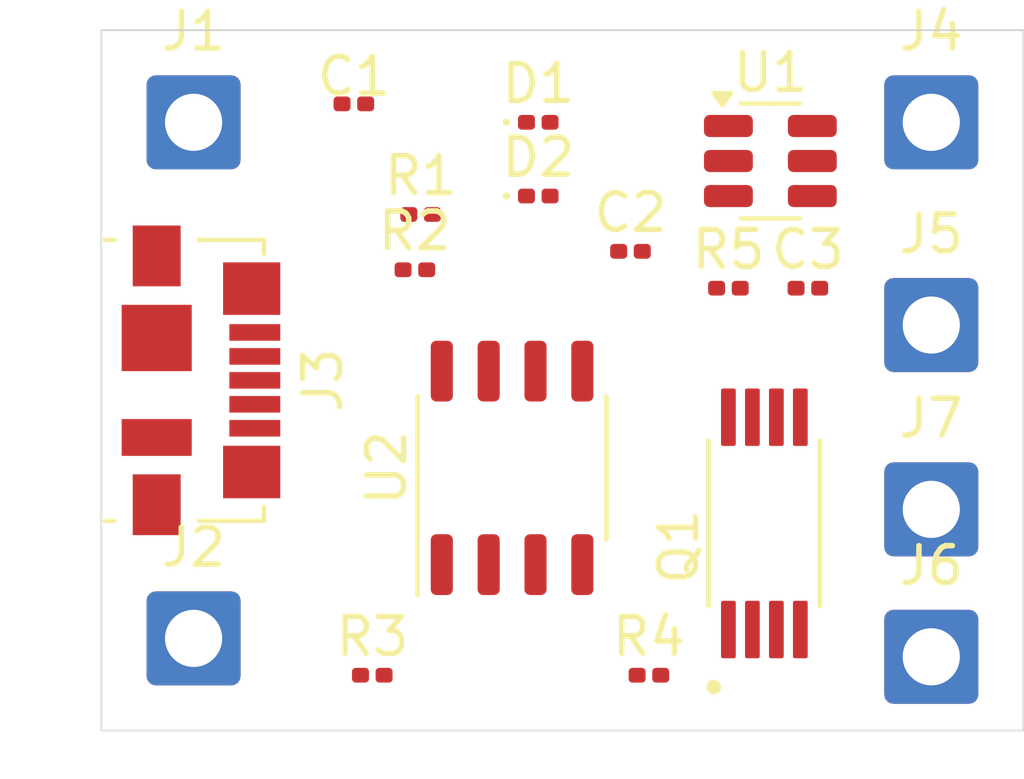
<source format=kicad_pcb>
(kicad_pcb (version 20240108) (generator "pcbnew") (generator_version "8.0")
  (layers (0 "F.Cu" signal) (31 "B.Cu" signal) (34 "B.Paste" user) (35 "F.Paste" user) (36 "B.SilkS" user "B.Silkscreen") (37 "F.SilkS" user "F.Silkscreen") (38 "B.Mask" user) (39 "F.Mask" user) (44 "Edge.Cuts" user))
  (net 0 "")
  (net 1 "Net-(D1-A)")
  (net 2 "GND")
  (net 3 "Net-(U1-GND)")
  (net 4 "Net-(U1-VCC)")
  (net 5 "Net-(J4-Pin_1)")
  (net 6 "Net-(D1-K)")
  (net 7 "Net-(D2-K)")
  (net 11 "Net-(U1-OD)")
  (net 12 "Net-(Q1-Pad1)")
  (net 13 "Net-(Q1-Pad6)")
  (net 14 "Net-(U1-OC)")
  (net 15 "Net-(U2-STDBY)")
  (net 16 "Net-(U2-CHRG)")
  (net 17 "Net-(U2-PROG)")
  (net 18 "Net-(U1-CS)")
  (footprint "Connector_Wire:SolderWire-0.75sqmm_1x01_D1.25mm_OD2.3mm" (layer "F.Cu") (at 151.5 73.5)
    (property "Reference" "J4" (at 0 -2.47 0) (layer "F.SilkS"))
    (property "Value" "OUT+")
    (pad "1" thru_hole roundrect (at 0 0) (size 2.55 2.55) (drill 1.55) (layers "*.Cu" "*.Mask") (roundrect_rratio 0.098039) (net 5 "Net-(J4-Pin_1)"))
  )
  (footprint "Resistor_SMD:R_0201_0603Metric" (layer "F.Cu") (at 137.655 76)
    (property "Reference" "R1" (at 0 -1.05 0) (layer "F.SilkS"))
    (property "Value" "1K")
    (pad "1" smd roundrect (at -0.32 0) (size 0.46 0.4) (layers "F.Cu" "F.Mask") (net 15 "Net-(U2-STDBY)"))
    (pad "2" smd roundrect (at 0.32 0) (size 0.46 0.4) (layers "F.Cu" "F.Mask") (net 6 "Net-(D1-K)"))
  )
  (footprint "Resistor_SMD:R_0201_0603Metric" (layer "F.Cu") (at 136.345 88.5)
    (property "Reference" "R3" (at 0 -1.05 0) (layer "F.SilkS"))
    (property "Value" "1.2K")
    (pad "1" smd roundrect (at -0.32 0) (size 0.46 0.4) (layers "F.Cu" "F.Mask") (net 17 "Net-(U2-PROG)"))
    (pad "2" smd roundrect (at 0.32 0) (size 0.46 0.4) (layers "F.Cu" "F.Mask") (net 2 "GND"))
  )
  (footprint "Connector_Wire:SolderWire-0.75sqmm_1x01_D1.25mm_OD2.3mm" (layer "F.Cu") (at 151.5 84)
    (property "Reference" "J7" (at 0 -2.47 0) (layer "F.SilkS"))
    (property "Value" "OUT-")
    (pad "1" thru_hole roundrect (at 0 0) (size 2.55 2.55) (drill 1.55) (layers "*.Cu" "*.Mask") (roundrect_rratio 0.098039) (net 2 "GND"))
  )
  (footprint "Package_TO_SOT_SMD:SOT-23-6" (layer "F.Cu") (at 147.1375 74.55)
    (property "Reference" "U1" (at 0 -2.4 0) (layer "F.SilkS"))
    (property "Value" "~")
    (fp_line (start 0 -1.56) (end -0.8 -1.56) (stroke (width 0.12)) (layer "F.SilkS"))
    (fp_line (start 0 -1.56) (end 0.8 -1.56) (stroke (width 0.12)) (layer "F.SilkS"))
    (fp_line (start 0 1.56) (end -0.8 1.56) (stroke (width 0.12)) (layer "F.SilkS"))
    (fp_line (start 0 1.56) (end 0.8 1.56) (stroke (width 0.12)) (layer "F.SilkS"))
    (fp_poly (pts (xy -1.3 -1.51) (xy -1.54 -1.84) (xy -1.06 -1.84) (xy -1.3 -1.51)) (stroke (width 0.12)) (fill solid) (layer "F.SilkS"))
    (pad "1" smd roundrect (at -1.1375 -0.95) (size 1.325 0.6) (layers "F.Cu" "F.Paste" "F.Mask") (net 11 "Net-(U1-OD)"))
    (pad "2" smd roundrect (at -1.1375 0) (size 1.325 0.6) (layers "F.Cu" "F.Paste" "F.Mask") (net 18 "Net-(U1-CS)"))
    (pad "3" smd roundrect (at -1.1375 0.95) (size 1.325 0.6) (layers "F.Cu" "F.Paste" "F.Mask") (net 14 "Net-(U1-OC)"))
    (pad "4" smd roundrect (at 1.1375 0.95) (size 1.325 0.6) (layers "F.Cu" "F.Paste" "F.Mask"))
    (pad "5" smd roundrect (at 1.1375 0) (size 1.325 0.6) (layers "F.Cu" "F.Paste" "F.Mask") (net 4 "Net-(U1-VCC)"))
    (pad "6" smd roundrect (at 1.1375 -0.95) (size 1.325 0.6) (layers "F.Cu" "F.Paste" "F.Mask") (net 3 "Net-(U1-GND)"))
  )
  (footprint "my_custom_library:SOP-8_3.9x4.9mm_P1.27mm" (layer "F.Cu") (at 140.135 82.875 90)
    (property "Reference" "U2" (at 0 -3.4 270) (layer "F.SilkS"))
    (property "Value" "~")
    (fp_line (start 0 -2.56) (end 1.95 -2.56) (stroke (width 0.12)) (layer "F.SilkS"))
    (fp_line (start 0 -2.56) (end -3.45 -2.56) (stroke (width 0.12)) (layer "F.SilkS"))
    (fp_line (start 0 2.56) (end 1.95 2.56) (stroke (width 0.12)) (layer "F.SilkS"))
    (fp_line (start 0 2.56) (end -1.95 2.56) (stroke (width 0.12)) (layer "F.SilkS"))
    (pad "1" smd roundrect (at -2.625 -1.905 90) (size 1.65 0.6) (layers "F.Cu" "F.Paste" "F.Mask") (net 2 "GND"))
    (pad "2" smd roundrect (at -2.625 -0.635 90) (size 1.65 0.6) (layers "F.Cu" "F.Paste" "F.Mask") (net 17 "Net-(U2-PROG)"))
    (pad "3" smd roundrect (at -2.625 0.635 90) (size 1.65 0.6) (layers "F.Cu" "F.Paste" "F.Mask") (net 2 "GND"))
    (pad "4" smd roundrect (at -2.625 1.905 90) (size 1.65 0.6) (layers "F.Cu" "F.Paste" "F.Mask") (net 1 "Net-(D1-A)"))
    (pad "5" smd roundrect (at 2.625 1.905 90) (size 1.65 0.6) (layers "F.Cu" "F.Paste" "F.Mask") (net 5 "Net-(J4-Pin_1)"))
    (pad "6" smd roundrect (at 2.625 0.635 90) (size 1.65 0.6) (layers "F.Cu" "F.Paste" "F.Mask") (net 15 "Net-(U2-STDBY)"))
    (pad "7" smd roundrect (at 2.625 -0.635 90) (size 1.65 0.6) (layers "F.Cu" "F.Paste" "F.Mask") (net 16 "Net-(U2-CHRG)"))
    (pad "8" smd roundrect (at 2.625 -1.905 90) (size 1.65 0.6) (layers "F.Cu" "F.Paste" "F.Mask") (net 1 "Net-(D1-A)"))
  )
  (footprint "my_custom_library:SOP65P640X120-8N" (layer "F.Cu") (at 146.975 84.38 90)
    (property "Reference" "Q1" (at -0.635 -2.327 270) (layer "F.SilkS"))
    (property "Value" "FS8205A")
    (fp_line (start -2.25 -1.515) (end 2.25 -1.515) (stroke (width 0.127)) (layer "F.SilkS"))
    (fp_line (start -2.25 1.515) (end 2.25 1.515) (stroke (width 0.127)) (layer "F.SilkS"))
    (fp_circle (center -4.44 -1.375) (end -4.34 -1.375) (stroke (width 0.2)) (fill none) (layer "F.SilkS"))
    (pad "1" smd roundrect (at -2.88 -0.975 90) (size 1.56 0.4) (layers "F.Cu" "F.Paste" "F.Mask") (roundrect_rratio 0.125) (net 12 "Net-(Q1-Pad1)"))
    (pad "2" smd roundrect (at -2.88 -0.325 90) (size 1.56 0.4) (layers "F.Cu" "F.Paste" "F.Mask") (roundrect_rratio 0.125) (net 3 "Net-(U1-GND)"))
    (pad "3" smd roundrect (at -2.88 0.325 90) (size 1.56 0.4) (layers "F.Cu" "F.Paste" "F.Mask") (roundrect_rratio 0.125) (net 3 "Net-(U1-GND)"))
    (pad "4" smd roundrect (at -2.88 0.975 90) (size 1.56 0.4) (layers "F.Cu" "F.Paste" "F.Mask") (roundrect_rratio 0.125) (net 11 "Net-(U1-OD)"))
    (pad "5" smd roundrect (at 2.88 0.975 90) (size 1.56 0.4) (layers "F.Cu" "F.Paste" "F.Mask") (roundrect_rratio 0.125) (net 14 "Net-(U1-OC)"))
    (pad "6" smd roundrect (at 2.88 0.325 90) (size 1.56 0.4) (layers "F.Cu" "F.Paste" "F.Mask") (roundrect_rratio 0.125) (net 13 "Net-(Q1-Pad6)"))
    (pad "7" smd roundrect (at 2.88 -0.325 90) (size 1.56 0.4) (layers "F.Cu" "F.Paste" "F.Mask") (roundrect_rratio 0.125) (net 13 "Net-(Q1-Pad6)"))
    (pad "8" smd roundrect (at 2.88 -0.975 90) (size 1.56 0.4) (layers "F.Cu" "F.Paste" "F.Mask") (roundrect_rratio 0.125) (net 12 "Net-(Q1-Pad1)"))
  )
  (footprint "Resistor_SMD:R_0201_0603Metric" (layer "F.Cu") (at 146 78)
    (property "Reference" "R5" (at 0 -1.05 0) (layer "F.SilkS"))
    (property "Value" "100ohms")
    (pad "1" smd roundrect (at -0.32 0) (size 0.46 0.4) (layers "F.Cu" "F.Mask") (net 4 "Net-(U1-VCC)"))
    (pad "2" smd roundrect (at 0.32 0) (size 0.46 0.4) (layers "F.Cu" "F.Mask") (net 5 "Net-(J4-Pin_1)"))
  )
  (footprint "Resistor_SMD:R_0201_0603Metric" (layer "F.Cu") (at 143.845 88.5)
    (property "Reference" "R4" (at 0 -1.05 0) (layer "F.SilkS"))
    (property "Value" "1K")
    (pad "1" smd roundrect (at -0.32 0) (size 0.46 0.4) (layers "F.Cu" "F.Mask") (net 18 "Net-(U1-CS)"))
    (pad "2" smd roundrect (at 0.32 0) (size 0.46 0.4) (layers "F.Cu" "F.Mask") (net 13 "Net-(Q1-Pad6)"))
  )
  (footprint "Connector_USB:USB_Micro-B_Molex_47346-0001" (layer "F.Cu") (at 131.7 80.5 -90)
    (property "Reference" "J3" (at 0 -3.3 90) (layer "F.SilkS"))
    (property "Value" "USB_B_Micro")
    (fp_line (start -3.81 2.6) (end -3.81 2.34) (stroke (width 0.12)) (layer "F.SilkS"))
    (fp_line (start 3.81 2.34) (end 3.81 2.6) (stroke (width 0.12)) (layer "F.SilkS"))
    (fp_line (start -3.81 0.06) (end -3.81 -1.71) (stroke (width 0.12)) (layer "F.SilkS"))
    (fp_line (start -3.81 -1.71) (end -3.43 -1.71) (stroke (width 0.12)) (layer "F.SilkS"))
    (fp_line (start 3.81 -1.71) (end 3.81 0.06) (stroke (width 0.12)) (layer "F.SilkS"))
    (fp_line (start 3.81 -1.71) (end 3.43 -1.71) (stroke (width 0.12)) (layer "F.SilkS"))
    (pad "1" smd rect (at -1.3 -1.46 270) (size 0.45 1.38) (layers "F.Cu" "F.Paste" "F.Mask") (net 1 "Net-(D1-A)"))
    (pad "2" smd rect (at -0.65 -1.46 270) (size 0.45 1.38) (layers "F.Cu" "F.Paste" "F.Mask"))
    (pad "3" smd rect (at 0 -1.46 270) (size 0.45 1.38) (layers "F.Cu" "F.Paste" "F.Mask"))
    (pad "4" smd rect (at 0.65 -1.46 270) (size 0.45 1.38) (layers "F.Cu" "F.Paste" "F.Mask"))
    (pad "5" smd rect (at 1.3 -1.46 270) (size 0.45 1.38) (layers "F.Cu" "F.Paste" "F.Mask") (net 2 "GND"))
    (pad "6" smd rect (at -3.375 1.2 270) (size 1.65 1.3) (layers "F.Cu" "F.Paste" "F.Mask") (net 2 "GND"))
    (pad "6" smd rect (at -2.4875 -1.375 270) (size 1.425 1.55) (layers "F.Cu" "F.Paste" "F.Mask") (net 2 "GND"))
    (pad "6" smd rect (at -1.15 1.2 270) (size 1.8 1.9) (layers "F.Cu" "F.Paste" "F.Mask") (net 2 "GND"))
    (pad "6" smd rect (at 1.55 1.2 270) (size 1 1.9) (layers "F.Cu" "F.Paste" "F.Mask") (net 2 "GND"))
    (pad "6" smd rect (at 2.4875 -1.375 270) (size 1.425 1.55) (layers "F.Cu" "F.Paste" "F.Mask") (net 2 "GND"))
    (pad "6" smd rect (at 3.375 1.2 270) (size 1.65 1.3) (layers "F.Cu" "F.Paste" "F.Mask") (net 2 "GND"))
  )
  (footprint "LED_SMD:LED_0201_0603Metric" (layer "F.Cu") (at 140.845 75.5)
    (property "Reference" "D2" (at 0 -1.05 0) (layer "F.SilkS"))
    (property "Value" "RED LED")
    (fp_circle (center -0.86 0) (end -0.81 0) (stroke (width 0.1)) (fill none) (layer "F.SilkS"))
    (pad "1" smd roundrect (at -0.32 0) (size 0.46 0.4) (layers "F.Cu" "F.Mask") (net 7 "Net-(D2-K)"))
    (pad "2" smd roundrect (at 0.32 0) (size 0.46 0.4) (layers "F.Cu" "F.Mask") (net 1 "Net-(D1-A)"))
  )
  (footprint "Capacitor_SMD:C_0201_0603Metric" (layer "F.Cu") (at 143.345 77)
    (property "Reference" "C2" (at 0 -1.05 0) (layer "F.SilkS"))
    (property "Value" "C")
    (pad "1" smd roundrect (at -0.32 0) (size 0.46 0.4) (layers "F.Cu" "F.Mask") (net 4 "Net-(U1-VCC)"))
    (pad "2" smd roundrect (at 0.32 0) (size 0.46 0.4) (layers "F.Cu" "F.Mask") (net 3 "Net-(U1-GND)"))
  )
  (footprint "LED_SMD:LED_0201_0603Metric" (layer "F.Cu") (at 140.845 73.5)
    (property "Reference" "D1" (at 0 -1.05 0) (layer "F.SilkS"))
    (property "Value" "GREEN LED")
    (fp_circle (center -0.86 0) (end -0.81 0) (stroke (width 0.1)) (fill none) (layer "F.SilkS"))
    (pad "1" smd roundrect (at -0.32 0) (size 0.46 0.4) (layers "F.Cu" "F.Mask") (net 6 "Net-(D1-K)"))
    (pad "2" smd roundrect (at 0.32 0) (size 0.46 0.4) (layers "F.Cu" "F.Mask") (net 1 "Net-(D1-A)"))
  )
  (footprint "Connector_Wire:SolderWire-0.75sqmm_1x01_D1.25mm_OD2.3mm" (layer "F.Cu") (at 151.5 79)
    (property "Reference" "J5" (at 0 -2.47 0) (layer "F.SilkS"))
    (property "Value" "B+")
    (pad "1" thru_hole roundrect (at 0 0) (size 2.55 2.55) (drill 1.55) (layers "*.Cu" "*.Mask") (roundrect_rratio 0.098039) (net 5 "Net-(J4-Pin_1)"))
  )
  (footprint "Capacitor_SMD:C_0201_0603Metric" (layer "F.Cu") (at 148.155 78)
    (property "Reference" "C3" (at 0 -1.05 0) (layer "F.SilkS"))
    (property "Value" "C")
    (pad "1" smd roundrect (at -0.32 0) (size 0.46 0.4) (layers "F.Cu" "F.Mask") (net 5 "Net-(J4-Pin_1)"))
    (pad "2" smd roundrect (at 0.32 0) (size 0.46 0.4) (layers "F.Cu" "F.Mask") (net 2 "GND"))
  )
  (footprint "Resistor_SMD:R_0201_0603Metric" (layer "F.Cu") (at 137.5 77.5)
    (property "Reference" "R2" (at 0 -1.05 0) (layer "F.SilkS"))
    (property "Value" "1K")
    (pad "1" smd roundrect (at -0.32 0) (size 0.46 0.4) (layers "F.Cu" "F.Mask") (net 16 "Net-(U2-CHRG)"))
    (pad "2" smd roundrect (at 0.32 0) (size 0.46 0.4) (layers "F.Cu" "F.Mask") (net 7 "Net-(D2-K)"))
  )
  (footprint "Connector_Wire:SolderWire-0.75sqmm_1x01_D1.25mm_OD2.3mm" (layer "F.Cu") (at 151.5 88)
    (property "Reference" "J6" (at 0 -2.47 0) (layer "F.SilkS"))
    (property "Value" "B-")
    (pad "1" thru_hole roundrect (at 0 0) (size 2.55 2.55) (drill 1.55) (layers "*.Cu" "*.Mask") (roundrect_rratio 0.098039) (net 2 "GND"))
  )
  (footprint "Connector_Wire:SolderWire-0.75sqmm_1x01_D1.25mm_OD2.3mm" (layer "F.Cu") (at 131.5 87.5)
    (property "Reference" "J2" (at 0 -2.47 0) (layer "F.SilkS"))
    (property "Value" "IN-")
    (pad "1" thru_hole roundrect (at 0 0) (size 2.55 2.55) (drill 1.55) (layers "*.Cu" "*.Mask") (roundrect_rratio 0.098039) (net 2 "GND"))
  )
  (footprint "Capacitor_SMD:C_0201_0603Metric" (layer "F.Cu") (at 135.845 73)
    (property "Reference" "C1" (at 0 -0.75 0) (layer "F.SilkS"))
    (property "Value" "C")
    (pad "1" smd roundrect (at -0.32 0) (size 0.46 0.4) (layers "F.Cu" "F.Mask") (net 1 "Net-(D1-A)"))
    (pad "2" smd roundrect (at 0.32 0) (size 0.46 0.4) (layers "F.Cu" "F.Mask") (net 2 "GND"))
  )
  (footprint "Connector_Wire:SolderWire-0.75sqmm_1x01_D1.25mm_OD2.3mm" (layer "F.Cu") (at 131.5 73.5)
    (property "Reference" "J1" (at 0 -2.47 0) (layer "F.SilkS"))
    (property "Value" "IN+")
    (pad "1" thru_hole roundrect (at 0 0) (size 2.55 2.55) (drill 1.55) (layers "*.Cu" "*.Mask") (roundrect_rratio 0.098039) (net 1 "Net-(D1-A)"))
  )
  (gr_rect (start 129 71) (end 154 90) (stroke (width 0.05)) (fill none) (layer "Edge.Cuts"))
)
</source>
